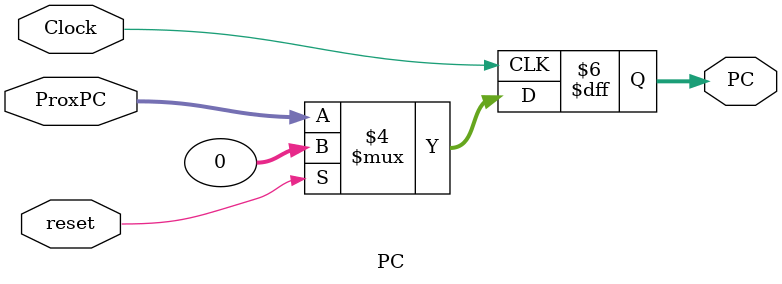
<source format=v>
module PC (PC, Clock, ProxPC, reset);

  input wire Clock;
  input wire[31:0] ProxPC;
  input wire reset;
  output reg [31:0] PC;

  initial begin
    PC = 0;
  end

  always @ (posedge Clock) begin
		if(reset)begin 
			PC <= 32'b0;
		end
		else begin
			PC = ProxPC;
  end
  end
endmodule

</source>
